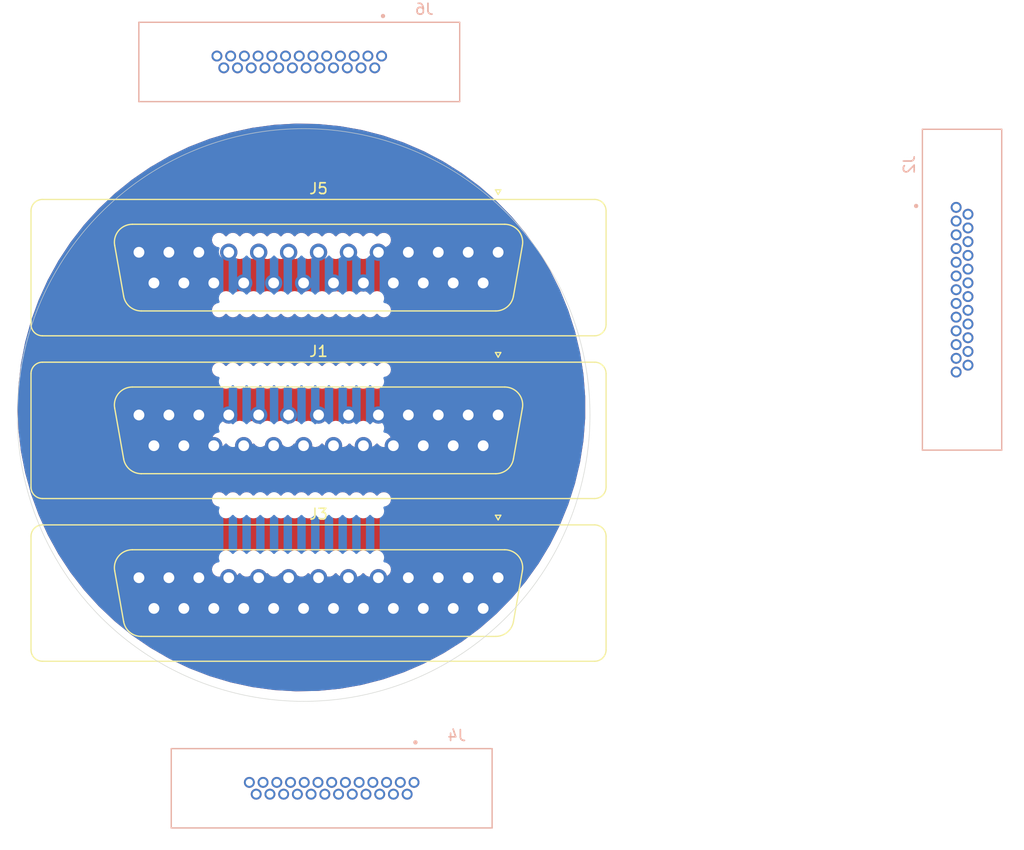
<source format=kicad_pcb>
(kicad_pcb (version 20211014) (generator pcbnew)
  (layers (0 "F.Cu" signal) (31 "B.Cu" signal) (34 "B.Paste" user) (35 "F.Paste" user) (36 "B.SilkS" user "B.Silkscreen") (37 "F.SilkS" user "F.Silkscreen") (38 "B.Mask" user) (39 "F.Mask" user) (44 "Edge.Cuts" user))
  (net 0 "")
  (net 1 "Net-(J1-Pad1)")
  (net 2 "Net-(J1-Pad2)")
  (net 3 "Net-(J1-Pad3)")
  (net 4 "Net-(J1-Pad4)")
  (net 5 "Net-(J1-Pad5)")
  (net 6 "Net-(J1-Pad6)")
  (net 7 "Net-(J1-Pad7)")
  (net 8 "Net-(J1-Pad8)")
  (net 9 "Net-(J1-Pad9)")
  (net 10 "Net-(J1-Pad10)")
  (net 11 "Net-(J1-Pad11)")
  (net 12 "Net-(J1-Pad12)")
  (net 13 "Net-(J1-Pad13)")
  (net 14 "Net-(J1-Pad14)")
  (net 15 "Net-(J1-Pad15)")
  (net 16 "Net-(J1-Pad16)")
  (net 17 "Net-(J1-Pad17)")
  (net 18 "Net-(J1-Pad18)")
  (net 19 "Net-(J1-Pad19)")
  (net 20 "Net-(J1-Pad20)")
  (net 21 "Net-(J1-Pad21)")
  (net 22 "Net-(J1-Pad22)")
  (net 23 "Net-(J1-Pad23)")
  (net 24 "Net-(J1-Pad24)")
  (net 25 "Net-(J1-Pad25)")
  (net 26 "Net-(J3-Pad1)")
  (net 27 "Net-(J3-Pad2)")
  (net 28 "Net-(J3-Pad3)")
  (net 29 "Net-(J3-Pad4)")
  (net 30 "Net-(J3-Pad5)")
  (net 31 "Net-(J3-Pad6)")
  (net 32 "Net-(J3-Pad7)")
  (net 33 "Net-(J3-Pad8)")
  (net 34 "Net-(J3-Pad9)")
  (net 35 "Net-(J3-Pad10)")
  (net 36 "Net-(J3-Pad11)")
  (net 37 "Net-(J3-Pad12)")
  (net 38 "Net-(J3-Pad13)")
  (net 39 "Net-(J3-Pad14)")
  (net 40 "Net-(J3-Pad15)")
  (net 41 "Net-(J3-Pad16)")
  (net 42 "Net-(J3-Pad17)")
  (net 43 "Net-(J3-Pad18)")
  (net 44 "Net-(J3-Pad19)")
  (net 45 "Net-(J3-Pad20)")
  (net 46 "Net-(J3-Pad21)")
  (net 47 "Net-(J3-Pad22)")
  (net 48 "Net-(J3-Pad23)")
  (net 49 "Net-(J3-Pad24)")
  (net 50 "Net-(J3-Pad25)")
  (net 51 "Net-(J5-Pad1)")
  (net 52 "Net-(J5-Pad2)")
  (net 53 "Net-(J5-Pad3)")
  (net 54 "Net-(J5-Pad4)")
  (net 55 "Net-(J5-Pad5)")
  (net 56 "Net-(J5-Pad6)")
  (net 57 "Net-(J5-Pad7)")
  (net 58 "Net-(J5-Pad8)")
  (net 59 "Net-(J5-Pad9)")
  (net 60 "Net-(J5-Pad10)")
  (net 61 "Net-(J5-Pad11)")
  (net 62 "Net-(J5-Pad12)")
  (net 63 "Net-(J5-Pad13)")
  (net 64 "Net-(J5-Pad14)")
  (net 65 "Net-(J5-Pad15)")
  (net 66 "Net-(J5-Pad16)")
  (net 67 "Net-(J5-Pad17)")
  (net 68 "Net-(J5-Pad18)")
  (net 69 "Net-(J5-Pad19)")
  (net 70 "Net-(J5-Pad20)")
  (net 71 "Net-(J5-Pad21)")
  (net 72 "Net-(J5-Pad22)")
  (net 73 "Net-(J5-Pad23)")
  (net 74 "Net-(J5-Pad24)")
  (net 75 "Net-(J5-Pad25)")
  (footprint "Connector_Dsub:DSUB-25_Female_Vertical_P2.77x2.84mm" (layer "F.Cu") (at 18 15.06)
    (fp_text reference "J3" (at -16.62 -5.89) (layer "F.SilkS"))
    (fp_text value "DB25_Female")
    (fp_line (start 2.24647 -0.641744) (end 1.417733 4.058256) (layer "F.SilkS") (width 0.12))
    (fp_line (start -43.23 6.67) (end -43.23 -3.83) (layer "F.SilkS") (width 0.12))
    (fp_line (start 0 -5.351325) (end -0.25 -5.784338) (layer "F.SilkS") (width 0.12))
    (fp_line (start 0.25 -5.784338) (end 0 -5.351325) (layer "F.SilkS") (width 0.12))
    (fp_line (start 8.93 7.73) (end -42.17 7.73) (layer "F.SilkS") (width 0.12))
    (fp_line (start -0.25 -5.784338) (end 0.25 -5.784338) (layer "F.SilkS") (width 0.12))
    (fp_line (start -33.022952 5.43) (end -0.217048 5.43) (layer "F.SilkS") (width 0.12))
    (fp_line (start 9.99 -3.83) (end 9.99 6.67) (layer "F.SilkS") (width 0.12))
    (fp_line (start -35.48647 -0.641744) (end -34.657733 4.058256) (layer "F.SilkS") (width 0.12))
    (fp_line (start -42.17 -4.89) (end 8.93 -4.89) (layer "F.SilkS") (width 0.12))
    (fp_line (start -33.851689 -2.59) (end 0.611689 -2.59) (layer "F.SilkS") (width 0.12))
    (fp_arc (start 9.99 6.67) (mid 9.679533 7.419533) (end 8.93 7.73) (layer "F.SilkS") (width 0.12))
    (fp_arc (start -43.23 -3.83) (mid -42.919533 -4.579533) (end -42.17 -4.89) (layer "F.SilkS") (width 0.12))
    (fp_arc (start 1.417733 4.058256) (mid 0.84998 5.041634) (end -0.217048 5.43) (layer "F.SilkS") (width 0.12))
    (fp_arc (start -42.17 7.73) (mid -42.919533 7.419533) (end -43.23 6.67) (layer "F.SilkS") (width 0.12))
    (fp_arc (start 0.611689 -2.59) (mid 1.883324 -1.997028) (end 2.24647 -0.641744) (layer "F.SilkS") (width 0.12))
    (fp_arc (start 8.93 -4.89) (mid 9.679533 -4.579533) (end 9.99 -3.83) (layer "F.SilkS") (width 0.12))
    (fp_arc (start -35.48647 -0.641744) (mid -35.123323 -1.997028) (end -33.851689 -2.59) (layer "F.SilkS") (width 0.12))
    (fp_arc (start -33.022952 5.43) (mid -34.08998 5.041634) (end -34.657733 4.058256) (layer "F.SilkS") (width 0.12))
    (pad "1" thru_hole rect (at 0 0) (size 1.6 1.6) (drill 1) (layers *.Cu *.Mask) (net 26 "Net-(J3-Pad1)"))
    (pad "2" thru_hole circle (at -2.77 0) (size 1.6 1.6) (drill 1) (layers *.Cu *.Mask) (net 27 "Net-(J3-Pad2)"))
    (pad "3" thru_hole circle (at -5.54 0) (size 1.6 1.6) (drill 1) (layers *.Cu *.Mask) (net 28 "Net-(J3-Pad3)"))
    (pad "4" thru_hole circle (at -8.31 0) (size 1.6 1.6) (drill 1) (layers *.Cu *.Mask) (net 29 "Net-(J3-Pad4)"))
    (pad "5" thru_hole circle (at -11.08 0) (size 1.6 1.6) (drill 1) (layers *.Cu *.Mask) (net 30 "Net-(J3-Pad5)"))
    (pad "6" thru_hole circle (at -13.85 0) (size 1.6 1.6) (drill 1) (layers *.Cu *.Mask) (net 31 "Net-(J3-Pad6)"))
    (pad "7" thru_hole circle (at -16.62 0) (size 1.6 1.6) (drill 1) (layers *.Cu *.Mask) (net 32 "Net-(J3-Pad7)"))
    (pad "8" thru_hole circle (at -19.39 0) (size 1.6 1.6) (drill 1) (layers *.Cu *.Mask) (net 33 "Net-(J3-Pad8)"))
    (pad "9" thru_hole circle (at -22.16 0) (size 1.6 1.6) (drill 1) (layers *.Cu *.Mask) (net 34 "Net-(J3-Pad9)"))
    (pad "10" thru_hole circle (at -24.93 0) (size 1.6 1.6) (drill 1) (layers *.Cu *.Mask) (net 35 "Net-(J3-Pad10)"))
    (pad "11" thru_hole circle (at -27.7 0) (size 1.6 1.6) (drill 1) (layers *.Cu *.Mask) (net 36 "Net-(J3-Pad11)"))
    (pad "12" thru_hole circle (at -30.47 0) (size 1.6 1.6) (drill 1) (layers *.Cu *.Mask) (net 37 "Net-(J3-Pad12)"))
    (pad "13" thru_hole circle (at -33.24 0) (size 1.6 1.6) (drill 1) (layers *.Cu *.Mask) (net 38 "Net-(J3-Pad13)"))
    (pad "14" thru_hole circle (at -1.385 2.84) (size 1.6 1.6) (drill 1) (layers *.Cu *.Mask) (net 39 "Net-(J3-Pad14)"))
    (pad "15" thru_hole circle (at -4.155 2.84) (size 1.6 1.6) (drill 1) (layers *.Cu *.Mask) (net 40 "Net-(J3-Pad15)"))
    (pad "16" thru_hole circle (at -6.925 2.84) (size 1.6 1.6) (drill 1) (layers *.Cu *.Mask) (net 41 "Net-(J3-Pad16)"))
    (pad "17" thru_hole circle (at -9.695 2.84) (size 1.6 1.6) (drill 1) (layers *.Cu *.Mask) (net 42 "Net-(J3-Pad17)"))
    (pad "18" thru_hole circle (at -12.465 2.84) (size 1.6 1.6) (drill 1) (layers *.Cu *.Mask) (net 43 "Net-(J3-Pad18)"))
    (pad "19" thru_hole circle (at -15.235 2.84) (size 1.6 1.6) (drill 1) (layers *.Cu *.Mask) (net 44 "Net-(J3-Pad19)"))
    (pad "20" thru_hole circle (at -18.005 2.84) (size 1.6 1.6) (drill 1) (layers *.Cu *.Mask) (net 45 "Net-(J3-Pad20)"))
    (pad "21" thru_hole circle (at -20.775 2.84) (size 1.6 1.6) (drill 1) (layers *.Cu *.Mask) (net 46 "Net-(J3-Pad21)"))
    (pad "22" thru_hole circle (at -23.545 2.84) (size 1.6 1.6) (drill 1) (layers *.Cu *.Mask) (net 47 "Net-(J3-Pad22)"))
    (pad "23" thru_hole circle (at -26.315 2.84) (size 1.6 1.6) (drill 1) (layers *.Cu *.Mask) (net 48 "Net-(J3-Pad23)"))
    (pad "24" thru_hole circle (at -29.085 2.84) (size 1.6 1.6) (drill 1) (layers *.Cu *.Mask) (net 49 "Net-(J3-Pad24)"))
    (pad "25" thru_hole circle (at -31.855 2.84) (size 1.6 1.6) (drill 1) (layers *.Cu *.Mask) (net 50 "Net-(J3-Pad25)"))
  )
  (footprint "Connector_Dsub:DSUB-25_Female_Vertical_P2.77x2.84mm" (layer "F.Cu") (at 18 -15.06)
    (fp_text reference "J5" (at -16.62 -5.89) (layer "F.SilkS"))
    (fp_text value "DB25_Female")
    (fp_line (start 8.93 7.73) (end -42.17 7.73) (layer "F.SilkS") (width 0.12))
    (fp_line (start -42.17 -4.89) (end 8.93 -4.89) (layer "F.SilkS") (width 0.12))
    (fp_line (start -33.851689 -2.59) (end 0.611689 -2.59) (layer "F.SilkS") (width 0.12))
    (fp_line (start -43.23 6.67) (end -43.23 -3.83) (layer "F.SilkS") (width 0.12))
    (fp_line (start -35.48647 -0.641744) (end -34.657733 4.058256) (layer "F.SilkS") (width 0.12))
    (fp_line (start -0.25 -5.784338) (end 0.25 -5.784338) (layer "F.SilkS") (width 0.12))
    (fp_line (start 0.25 -5.784338) (end 0 -5.351325) (layer "F.SilkS") (width 0.12))
    (fp_line (start 0 -5.351325) (end -0.25 -5.784338) (layer "F.SilkS") (width 0.12))
    (fp_line (start -33.022952 5.43) (end -0.217048 5.43) (layer "F.SilkS") (width 0.12))
    (fp_line (start 9.99 -3.83) (end 9.99 6.67) (layer "F.SilkS") (width 0.12))
    (fp_line (start 2.24647 -0.641744) (end 1.417733 4.058256) (layer "F.SilkS") (width 0.12))
    (fp_arc (start -42.17 7.73) (mid -42.919533 7.419533) (end -43.23 6.67) (layer "F.SilkS") (width 0.12))
    (fp_arc (start -33.022952 5.43) (mid -34.08998 5.041634) (end -34.657733 4.058256) (layer "F.SilkS") (width 0.12))
    (fp_arc (start -35.48647 -0.641744) (mid -35.123323 -1.997028) (end -33.851689 -2.59) (layer "F.SilkS") (width 0.12))
    (fp_arc (start 9.99 6.67) (mid 9.679533 7.419533) (end 8.93 7.73) (layer "F.SilkS") (width 0.12))
    (fp_arc (start 0.611689 -2.59) (mid 1.883324 -1.997028) (end 2.24647 -0.641744) (layer "F.SilkS") (width 0.12))
    (fp_arc (start -43.23 -3.83) (mid -42.919533 -4.579533) (end -42.17 -4.89) (layer "F.SilkS") (width 0.12))
    (fp_arc (start 1.417733 4.058256) (mid 0.84998 5.041634) (end -0.217048 5.43) (layer "F.SilkS") (width 0.12))
    (fp_arc (start 8.93 -4.89) (mid 9.679533 -4.579533) (end 9.99 -3.83) (layer "F.SilkS") (width 0.12))
    (pad "1" thru_hole rect (at 0 0) (size 1.6 1.6) (drill 1) (layers *.Cu *.Mask) (net 51 "Net-(J5-Pad1)"))
    (pad "2" thru_hole circle (at -2.77 0) (size 1.6 1.6) (drill 1) (layers *.Cu *.Mask) (net 52 "Net-(J5-Pad2)"))
    (pad "3" thru_hole circle (at -5.54 0) (size 1.6 1.6) (drill 1) (layers *.Cu *.Mask) (net 53 "Net-(J5-Pad3)"))
    (pad "4" thru_hole circle (at -8.31 0) (size 1.6 1.6) (drill 1) (layers *.Cu *.Mask) (net 54 "Net-(J5-Pad4)"))
    (pad "5" thru_hole circle (at -11.08 0) (size 1.6 1.6) (drill 1) (layers *.Cu *.Mask) (net 55 "Net-(J5-Pad5)"))
    (pad "6" thru_hole circle (at -13.85 0) (size 1.6 1.6) (drill 1) (layers *.Cu *.Mask) (net 56 "Net-(J5-Pad6)"))
    (pad "7" thru_hole circle (at -16.62 0) (size 1.6 1.6) (drill 1) (layers *.Cu *.Mask) (net 57 "Net-(J5-Pad7)"))
    (pad "8" thru_hole circle (at -19.39 0) (size 1.6 1.6) (drill 1) (layers *.Cu *.Mask) (net 58 "Net-(J5-Pad8)"))
    (pad "9" thru_hole circle (at -22.16 0) (size 1.6 1.6) (drill 1) (layers *.Cu *.Mask) (net 59 "Net-(J5-Pad9)"))
    (pad "10" thru_hole circle (at -24.93 0) (size 1.6 1.6) (drill 1) (layers *.Cu *.Mask) (net 60 "Net-(J5-Pad10)"))
    (pad "11" thru_hole circle (at -27.7 0) (size 1.6 1.6) (drill 1) (layers *.Cu *.Mask) (net 61 "Net-(J5-Pad11)"))
    (pad "12" thru_hole circle (at -30.47 0) (size 1.6 1.6) (drill 1) (layers *.Cu *.Mask) (net 62 "Net-(J5-Pad12)"))
    (pad "13" thru_hole circle (at -33.24 0) (size 1.6 1.6) (drill 1) (layers *.Cu *.Mask) (net 63 "Net-(J5-Pad13)"))
    (pad "14" thru_hole circle (at -1.385 2.84) (size 1.6 1.6) (drill 1) (layers *.Cu *.Mask) (net 64 "Net-(J5-Pad14)"))
    (pad "15" thru_hole circle (at -4.155 2.84) (size 1.6 1.6) (drill 1) (layers *.Cu *.Mask) (net 65 "Net-(J5-Pad15)"))
    (pad "16" thru_hole circle (at -6.925 2.84) (size 1.6 1.6) (drill 1) (layers *.Cu *.Mask) (net 66 "Net-(J5-Pad16)"))
    (pad "17" thru_hole circle (at -9.695 2.84) (size 1.6 1.6) (drill 1) (layers *.Cu *.Mask) (net 67 "Net-(J5-Pad17)"))
    (pad "18" thru_hole circle (at -12.465 2.84) (size 1.6 1.6) (drill 1) (layers *.Cu *.Mask) (net 68 "Net-(J5-Pad18)"))
    (pad "19" thru_hole circle (at -15.235 2.84) (size 1.6 1.6) (drill 1) (layers *.Cu *.Mask) (net 69 "Net-(J5-Pad19)"))
    (pad "20" thru_hole circle (at -18.005 2.84) (size 1.6 1.6) (drill 1) (layers *.Cu *.Mask) (net 70 "Net-(J5-Pad20)"))
    (pad "21" thru_hole circle (at -20.775 2.84) (size 1.6 1.6) (drill 1) (layers *.Cu *.Mask) (net 71 "Net-(J5-Pad21)"))
    (pad "22" thru_hole circle (at -23.545 2.84) (size 1.6 1.6) (drill 1) (layers *.Cu *.Mask) (net 72 "Net-(J5-Pad22)"))
    (pad "23" thru_hole circle (at -26.315 2.84) (size 1.6 1.6) (drill 1) (layers *.Cu *.Mask) (net 73 "Net-(J5-Pad23)"))
    (pad "24" thru_hole circle (at -29.085 2.84) (size 1.6 1.6) (drill 1) (layers *.Cu *.Mask) (net 74 "Net-(J5-Pad24)"))
    (pad "25" thru_hole circle (at -31.855 2.84) (size 1.6 1.6) (drill 1) (layers *.Cu *.Mask) (net 75 "Net-(J5-Pad25)"))
  )
  (footprint "Connector_Dsub:DSUB-25_Female_Vertical_P2.77x2.84mm" (layer "F.Cu") (at 18 0)
    (fp_text reference "J1" (at -16.62 -5.89) (layer "F.SilkS"))
    (fp_text value "DB25_Female")
    (fp_line (start 0.25 -5.784338) (end 0 -5.351325) (layer "F.SilkS") (width 0.12))
    (fp_line (start 2.24647 -0.641744) (end 1.417733 4.058256) (layer "F.SilkS") (width 0.12))
    (fp_line (start -0.25 -5.784338) (end 0.25 -5.784338) (layer "F.SilkS") (width 0.12))
    (fp_line (start -33.851689 -2.59) (end 0.611689 -2.59) (layer "F.SilkS") (width 0.12))
    (fp_line (start -42.17 -4.89) (end 8.93 -4.89) (layer "F.SilkS") (width 0.12))
    (fp_line (start 0 -5.351325) (end -0.25 -5.784338) (layer "F.SilkS") (width 0.12))
    (fp_line (start 9.99 -3.83) (end 9.99 6.67) (layer "F.SilkS") (width 0.12))
    (fp_line (start -33.022952 5.43) (end -0.217048 5.43) (layer "F.SilkS") (width 0.12))
    (fp_line (start -35.48647 -0.641744) (end -34.657733 4.058256) (layer "F.SilkS") (width 0.12))
    (fp_line (start -43.23 6.67) (end -43.23 -3.83) (layer "F.SilkS") (width 0.12))
    (fp_line (start 8.93 7.73) (end -42.17 7.73) (layer "F.SilkS") (width 0.12))
    (fp_arc (start 1.417733 4.058256) (mid 0.84998 5.041634) (end -0.217048 5.43) (layer "F.SilkS") (width 0.12))
    (fp_arc (start 8.93 -4.89) (mid 9.679533 -4.579533) (end 9.99 -3.83) (layer "F.SilkS") (width 0.12))
    (fp_arc (start -33.022952 5.43) (mid -34.08998 5.041634) (end -34.657733 4.058256) (layer "F.SilkS") (width 0.12))
    (fp_arc (start -42.17 7.73) (mid -42.919533 7.419533) (end -43.23 6.67) (layer "F.SilkS") (width 0.12))
    (fp_arc (start -43.23 -3.83) (mid -42.919533 -4.579533) (end -42.17 -4.89) (layer "F.SilkS") (width 0.12))
    (fp_arc (start 0.611689 -2.59) (mid 1.883324 -1.997028) (end 2.24647 -0.641744) (layer "F.SilkS") (width 0.12))
    (fp_arc (start 9.99 6.67) (mid 9.679533 7.419533) (end 8.93 7.73) (layer "F.SilkS") (width 0.12))
    (fp_arc (start -35.48647 -0.641744) (mid -35.123323 -1.997028) (end -33.851689 -2.59) (layer "F.SilkS") (width 0.12))
    (pad "1" thru_hole rect (at 0 0) (size 1.6 1.6) (drill 1) (layers *.Cu *.Mask) (net 1 "Net-(J1-Pad1)"))
    (pad "2" thru_hole circle (at -2.77 0) (size 1.6 1.6) (drill 1) (layers *.Cu *.Mask) (net 2 "Net-(J1-Pad2)"))
    (pad "3" thru_hole circle (at -5.54 0) (size 1.6 1.6) (drill 1) (layers *.Cu *.Mask) (net 3 "Net-(J1-Pad3)"))
    (pad "4" thru_hole circle (at -8.31 0) (size 1.6 1.6) (drill 1) (layers *.Cu *.Mask) (net 4 "Net-(J1-Pad4)"))
    (pad "5" thru_hole circle (at -11.08 0) (size 1.6 1.6) (drill 1) (layers *.Cu *.Mask) (net 5 "Net-(J1-Pad5)"))
    (pad "6" thru_hole circle (at -13.85 0) (size 1.6 1.6) (drill 1) (layers *.Cu *.Mask) (net 6 "Net-(J1-Pad6)"))
    (pad "7" thru_hole circle (at -16.62 0) (size 1.6 1.6) (drill 1) (layers *.Cu *.Mask) (net 7 "Net-(J1-Pad7)"))
    (pad "8" thru_hole circle (at -19.39 0) (size 1.6 1.6) (drill 1) (layers *.Cu *.Mask) (net 8 "Net-(J1-Pad8)"))
    (pad "9" thru_hole circle (at -22.16 0) (size 1.6 1.6) (drill 1) (layers *.Cu *.Mask) (net 9 "Net-(J1-Pad9)"))
    (pad "10" thru_hole circle (at -24.93 0) (size 1.6 1.6) (drill 1) (layers *.Cu *.Mask) (net 10 "Net-(J1-Pad10)"))
    (pad "11" thru_hole circle (at -27.7 0) (size 1.6 1.6) (drill 1) (layers *.Cu *.Mask) (net 11 "Net-(J1-Pad11)"))
    (pad "12" thru_hole circle (at -30.47 0) (size 1.6 1.6) (drill 1) (layers *.Cu *.Mask) (net 12 "Net-(J1-Pad12)"))
    (pad "13" thru_hole circle (at -33.24 0) (size 1.6 1.6) (drill 1) (layers *.Cu *.Mask) (net 13 "Net-(J1-Pad13)"))
    (pad "14" thru_hole circle (at -1.385 2.84) (size 1.6 1.6) (drill 1) (layers *.Cu *.Mask) (net 14 "Net-(J1-Pad14)"))
    (pad "15" thru_hole circle (at -4.155 2.84) (size 1.6 1.6) (drill 1) (layers *.Cu *.Mask) (net 15 "Net-(J1-Pad15)"))
    (pad "16" thru_hole circle (at -6.925 2.84) (size 1.6 1.6) (drill 1) (layers *.Cu *.Mask) (net 16 "Net-(J1-Pad16)"))
    (pad "17" thru_hole circle (at -9.695 2.84) (size 1.6 1.6) (drill 1) (layers *.Cu *.Mask) (net 17 "Net-(J1-Pad17)"))
    (pad "18" thru_hole circle (at -12.465 2.84) (size 1.6 1.6) (drill 1) (layers *.Cu *.Mask) (net 18 "Net-(J1-Pad18)"))
    (pad "19" thru_hole circle (at -15.235 2.84) (size 1.6 1.6) (drill 1) (layers *.Cu *.Mask) (net 19 "Net-(J1-Pad19)"))
    (pad "20" thru_hole circle (at -18.005 2.84) (size 1.6 1.6) (drill 1) (layers *.Cu *.Mask) (net 20 "Net-(J1-Pad20)"))
    (pad "21" thru_hole circle (at -20.775 2.84) (size 1.6 1.6) (drill 1) (layers *.Cu *.Mask) (net 21 "Net-(J1-Pad21)"))
    (pad "22" thru_hole circle (at -23.545 2.84) (size 1.6 1.6) (drill 1) (layers *.Cu *.Mask) (net 22 "Net-(J1-Pad22)"))
    (pad "23" thru_hole circle (at -26.315 2.84) (size 1.6 1.6) (drill 1) (layers *.Cu *.Mask) (net 23 "Net-(J1-Pad23)"))
    (pad "24" thru_hole circle (at -29.085 2.84) (size 1.6 1.6) (drill 1) (layers *.Cu *.Mask) (net 24 "Net-(J1-Pad24)"))
    (pad "25" thru_hole circle (at -31.855 2.84) (size 1.6 1.6) (drill 1) (layers *.Cu *.Mask) (net 25 "Net-(J1-Pad25)"))
  )
  (footprint "0_MicroD_to_Dsub:NORCOMP_380-025-113L001" (layer "B.Cu") (at 2.5963 34.545662 180)
    (fp_text reference "J4" (at -11.575 4.885) (layer "B.SilkS") (effects (justify mirror)))
    (fp_text value "DB25_Male")
    (fp_line (start -14.8463 3.6703) (end -14.8463 -3.6703) (layer "B.SilkS") (width 0.127))
    (fp_line (start 14.8463 3.6703) (end -14.8463 3.6703) (layer "B.SilkS") (width 0.127))
    (fp_line (start -14.8463 -3.6703) (end 14.8463 -3.6703) (layer "B.SilkS") (width 0.127))
    (fp_line (start 14.8463 -3.6703) (end 14.8463 3.6703) (layer "B.SilkS") (width 0.127))
    (fp_circle (center -7.75 4.25) (end -7.65 4.25) (layer "B.SilkS") (width 0.2) (fill none))
    (pad "1" thru_hole circle (at -7.62 0.5461 180) (size 1.01 1.01) (drill 0.66) (layers *.Cu *.Mask) (net 26 "Net-(J3-Pad1)"))
    (pad "2" thru_hole circle (at -6.35 0.5461 180) (size 1.01 1.01) (drill 0.66) (layers *.Cu *.Mask) (net 27 "Net-(J3-Pad2)"))
    (pad "3" thru_hole circle (at -5.08 0.5461 180) (size 1.01 1.01) (drill 0.66) (layers *.Cu *.Mask) (net 28 "Net-(J3-Pad3)"))
    (pad "4" thru_hole circle (at -3.81 0.5461 180) (size 1.01 1.01) (drill 0.66) (layers *.Cu *.Mask) (net 29 "Net-(J3-Pad4)"))
    (pad "5" thru_hole circle (at -2.54 0.5461 180) (size 1.01 1.01) (drill 0.66) (layers *.Cu *.Mask) (net 30 "Net-(J3-Pad5)"))
    (pad "6" thru_hole circle (at -1.27 0.5461 180) (size 1.01 1.01) (drill 0.66) (layers *.Cu *.Mask) (net 31 "Net-(J3-Pad6)"))
    (pad "7" thru_hole circle (at 0 0.5461 180) (size 1.01 1.01) (drill 0.66) (layers *.Cu *.Mask) (net 32 "Net-(J3-Pad7)"))
    (pad "8" thru_hole circle (at 1.27 0.5461 180) (size 1.01 1.01) (drill 0.66) (layers *.Cu *.Mask) (net 33 "Net-(J3-Pad8)"))
    (pad "9" thru_hole circle (at 2.54 0.5461 180) (size 1.01 1.01) (drill 0.66) (layers *.Cu *.Mask) (net 34 "Net-(J3-Pad9)"))
    (pad "10" thru_hole circle (at 3.81 0.5461 180) (size 1.01 1.01) (drill 0.66) (layers *.Cu *.Mask) (net 35 "Net-(J3-Pad10)"))
    (pad "11" thru_hole circle (at 5.08 0.5461 180) (size 1.01 1.01) (drill 0.66) (layers *.Cu *.Mask) (net 36 "Net-(J3-Pad11)"))
    (pad "12" thru_hole circle (at 6.35 0.5461 180) (size 1.01 1.01) (drill 0.66) (layers *.Cu *.Mask) (net 37 "Net-(J3-Pad12)"))
    (pad "13" thru_hole circle (at 7.62 0.5461 180) (size 1.01 1.01) (drill 0.66) (layers *.Cu *.Mask) (net 38 "Net-(J3-Pad13)"))
    (pad "14" thru_hole circle (at -6.985 -0.5461 180) (size 1.01 1.01) (drill 0.66) (layers *.Cu *.Mask) (net 39 "Net-(J3-Pad14)"))
    (pad "15" thru_hole circle (at -5.715 -0.5461 180) (size 1.01 1.01) (drill 0.66) (layers *.Cu *.Mask) (net 40 "Net-(J3-Pad15)"))
    (pad "16" thru_hole circle (at -4.445 -0.5461 180) (size 1.01 1.01) (drill 0.66) (layers *.Cu *.Mask) (net 41 "Net-(J3-Pad16)"))
    (pad "17" thru_hole circle (at -3.175 -0.5461 180) (size 1.01 1.01) (drill 0.66) (layers *.Cu *.Mask) (net 42 "Net-(J3-Pad17)"))
    (pad "18" thru_hole circle (at -1.905 -0.5461 180) (size 1.01 1.01) (drill 0.66) (layers *.Cu *.Mask) (net 43 "Net-(J3-Pad18)"))
    (pad "19" thru_hole circle (at -0.635 -0.5461 180) (size 1.01 1.01) (drill 0.66) (layers *.Cu *.Mask) (net 44 "Net-(J3-Pad19)"))
    (pad "20" thru_hole circle (at 0.635 -0.5461 180) (size 1.01 1.01) (drill 0.66) (layers *.Cu *.Mask) (net 45 "Net-(J3-Pad20)"))
    (pad "21" thru_hole circle (at 1.905 -0.5461 180) (size 1.01 1.01) (drill 0.66) (layers *.Cu *.Mask) (net 46 "Net-(J3-Pad21)"))
    (pad "22" thru_hole circle (at 3.175 -0.5461 180) (size 1.01 1.01) (drill 0.66) (layers *.Cu *.Mask) (net 47 "Net-(J3-Pad22)"))
    (pad "23" thru_hole circle (at 4.445 -0.5461 180) (size 1.01 1.01) (drill 0.66) (layers *.Cu *.Mask) (net 48 "Net-(J3-Pad23)"))
    (pad "24" thru_hole circle (at 5.715 -0.5461 180) (size 1.01 1.01) (drill 0.66) (layers *.Cu *.Mask) (net 49 "Net-(J3-Pad24)"))
    (pad "25" thru_hole circle (at 6.985 -0.5461 180) (size 1.01 1.01) (drill 0.66) (layers *.Cu *.Mask) (net 50 "Net-(J3-Pad25)"))
  )
  (footprint "0_MicroD_to_Dsub:NORCOMP_380-025-113L001" (layer "B.Cu") (at 60.935662 -11.5963 -90)
    (fp_text reference "J2" (at -11.575 4.885 90) (layer "B.SilkS") (effects (justify mirror)))
    (fp_text value "DB25_Male")
    (fp_line (start -14.8463 3.6703) (end -14.8463 -3.6703) (layer "B.SilkS") (width 0.127))
    (fp_line (start 14.8463 3.6703) (end -14.8463 3.6703) (layer "B.SilkS") (width 0.127))
    (fp_line (start -14.8463 -3.6703) (end 14.8463 -3.6703) (layer "B.SilkS") (width 0.127))
    (fp_line (start 14.8463 -3.6703) (end 14.8463 3.6703) (layer "B.SilkS") (width 0.127))
    (fp_circle (center -7.75 4.25) (end -7.65 4.25) (layer "B.SilkS") (width 0.2) (fill none))
    (pad "1" thru_hole circle (at -7.62 0.5461 270) (size 1.01 1.01) (drill 0.66) (layers *.Cu *.Mask) (net 1 "Net-(J1-Pad1)"))
    (pad "2" thru_hole circle (at -6.35 0.5461 270) (size 1.01 1.01) (drill 0.66) (layers *.Cu *.Mask) (net 2 "Net-(J1-Pad2)"))
    (pad "3" thru_hole circle (at -5.08 0.5461 270) (size 1.01 1.01) (drill 0.66) (layers *.Cu *.Mask) (net 3 "Net-(J1-Pad3)"))
    (pad "4" thru_hole circle (at -3.81 0.5461 270) (size 1.01 1.01) (drill 0.66) (layers *.Cu *.Mask) (net 4 "Net-(J1-Pad4)"))
    (pad "5" thru_hole circle (at -2.54 0.5461 270) (size 1.01 1.01) (drill 0.66) (layers *.Cu *.Mask) (net 5 "Net-(J1-Pad5)"))
    (pad "6" thru_hole circle (at -1.27 0.5461 270) (size 1.01 1.01) (drill 0.66) (layers *.Cu *.Mask) (net 6 "Net-(J1-Pad6)"))
    (pad "7" thru_hole circle (at 0 0.5461 270) (size 1.01 1.01) (drill 0.66) (layers *.Cu *.Mask) (net 7 "Net-(J1-Pad7)"))
    (pad "8" thru_hole circle (at 1.27 0.5461 270) (size 1.01 1.01) (drill 0.66) (layers *.Cu *.Mask) (net 8 "Net-(J1-Pad8)"))
    (pad "9" thru_hole circle (at 2.54 0.5461 270) (size 1.01 1.01) (drill 0.66) (layers *.Cu *.Mask) (net 9 "Net-(J1-Pad9)"))
    (pad "10" thru_hole circle (at 3.81 0.5461 270) (size 1.01 1.01) (drill 0.66) (layers *.Cu *.Mask) (net 10 "Net-(J1-Pad10)"))
    (pad "11" thru_hole circle (at 5.08 0.5461 270) (size 1.01 1.01) (drill 0.66) (layers *.Cu *.Mask) (net 11 "Net-(J1-Pad11)"))
    (pad "12" thru_hole circle (at 6.35 0.5461 270) (size 1.01 1.01) (drill 0.66) (layers *.Cu *.Mask) (net 12 "Net-(J1-Pad12)"))
    (pad "13" thru_hole circle (at 7.62 0.5461 270) (size 1.01 1.01) (drill 0.66) (layers *.Cu *.Mask) (net 13 "Net-(J1-Pad13)"))
    (pad "14" thru_hole circle (at -6.985 -0.5461 270) (size 1.01 1.01) (drill 0.66) (layers *.Cu *.Mask) (net 14 "Net-(J1-Pad14)"))
    (pad "15" thru_hole circle (at -5.715 -0.5461 270) (size 1.01 1.01) (drill 0.66) (layers *.Cu *.Mask) (net 15 "Net-(J1-Pad15)"))
    (pad "16" thru_hole circle (at -4.445 -0.5461 270) (size 1.01 1.01) (drill 0.66) (layers *.Cu *.Mask) (net 16 "Net-(J1-Pad16)"))
    (pad "17" thru_hole circle (at -3.175 -0.5461 270) (size 1.01 1.01) (drill 0.66) (layers *.Cu *.Mask) (net 17 "Net-(J1-Pad17)"))
    (pad "18" thru_hole circle (at -1.905 -0.5461 270) (size 1.01 1.01) (drill 0.66) (layers *.Cu *.Mask) (net 18 "Net-(J1-Pad18)"))
    (pad "19" thru_hole circle (at -0.635 -0.5461 270) (size 1.01 1.01) (drill 0.66) (layers *.Cu *.Mask) (net 19 "Net-(J1-Pad19)"))
    (pad "20" thru_hole circle (at 0.635 -0.5461 270) (size 1.01 1.01) (drill 0.66) (layers *.Cu *.Mask) (net 20 "Net-(J1-Pad20)"))
    (pad "21" thru_hole circle (at 1.905 -0.5461 270) (size 1.01 1.01) (drill 0.66) (layers *.Cu *.Mask) (net 21 "Net-(J1-Pad21)"))
    (pad "22" thru_hole circle (at 3.175 -0.5461 270) (size 1.01 1.01) (drill 0.66) (layers *.Cu *.Mask) (net 22 "Net-(J1-Pad22)"))
    (pad "23" thru_hole circle (at 4.445 -0.5461 270) (size 1.01 1.01) (drill 0.66) (layers *.Cu *.Mask) (net 23 "Net-(J1-Pad23)"))
    (pad "24" thru_hole circle (at 5.715 -0.5461 270) (size 1.01 1.01) (drill 0.66) (layers *.Cu *.Mask) (net 24 "Net-(J1-Pad24)"))
    (pad "25" thru_hole circle (at 6.985 -0.5461 270) (size 1.01 1.01) (drill 0.66) (layers *.Cu *.Mask) (net 25 "Net-(J1-Pad25)"))
  )
  (footprint "0_MicroD_to_Dsub:NORCOMP_380-025-113L001" (layer "B.Cu") (at -0.4037 -32.674338 180)
    (fp_text reference "J6" (at -11.575 4.885) (layer "B.SilkS") (effects (justify mirror)))
    (fp_text value "DB25_Male")
    (fp_line (start -14.8463 3.6703) (end -14.8463 -3.6703) (layer "B.SilkS") (width 0.127))
    (fp_line (start -14.8463 -3.6703) (end 14.8463 -3.6703) (layer "B.SilkS") (width 0.127))
    (fp_line (start 14.8463 3.6703) (end -14.8463 3.6703) (layer "B.SilkS") (width 0.127))
    (fp_line (start 14.8463 -3.6703) (end 14.8463 3.6703) (layer "B.SilkS") (width 0.127))
    (fp_circle (center -7.75 4.25) (end -7.65 4.25) (layer "B.SilkS") (width 0.2) (fill none))
    (pad "1" thru_hole circle (at -7.62 0.5461 180) (size 1.01 1.01) (drill 0.66) (layers *.Cu *.Mask) (net 51 "Net-(J5-Pad1)"))
    (pad "2" thru_hole circle (at -6.35 0.5461 180) (size 1.01 1.01) (drill 0.66) (layers *.Cu *.Mask) (net 52 "Net-(J5-Pad2)"))
    (pad "3" thru_hole circle (at -5.08 0.5461 180) (size 1.01 1.01) (drill 0.66) (layers *.Cu *.Mask) (net 53 "Net-(J5-Pad3)"))
    (pad "4" thru_hole circle (at -3.81 0.5461 180) (size 1.01 1.01) (drill 0.66) (layers *.Cu *.Mask) (net 54 "Net-(J5-Pad4)"))
    (pad "5" thru_hole circle (at -2.54 0.5461 180) (size 1.01 1.01) (drill 0.66) (layers *.Cu *.Mask) (net 55 "Net-(J5-Pad5)"))
    (pad "6" thru_hole circle (at -1.27 0.5461 180) (size 1.01 1.01) (drill 0.66) (layers *.Cu *.Mask) (net 56 "Net-(J5-Pad6)"))
    (pad "7" thru_hole circle (at 0 0.5461 180) (size 1.01 1.01) (drill 0.66) (layers *.Cu *.Mask) (net 57 "Net-(J5-Pad7)"))
    (pad "8" thru_hole circle (at 1.27 0.5461 180) (size 1.01 1.01) (drill 0.66) (layers *.Cu *.Mask) (net 58 "Net-(J5-Pad8)"))
    (pad "9" thru_hole circle (at 2.54 0.5461 180) (size 1.01 1.01) (drill 0.66) (layers *.Cu *.Mask) (net 59 "Net-(J5-Pad9)"))
    (pad "10" thru_hole circle (at 3.81 0.5461 180) (size 1.01 1.01) (drill 0.66) (layers *.Cu *.Mask) (net 60 "Net-(J5-Pad10)"))
    (pad "11" thru_hole circle (at 5.08 0.5461 180) (size 1.01 1.01) (drill 0.66) (layers *.Cu *.Mask) (net 61 "Net-(J5-Pad11)"))
    (pad "12" thru_hole circle (at 6.35 0.5461 180) (size 1.01 1.01) (drill 0.66) (layers *.Cu *.Mask) (net 62 "Net-(J5-Pad12)"))
    (pad "13" thru_hole circle (at 7.62 0.5461 180) (size 1.01 1.01) (drill 0.66) (layers *.Cu *.Mask) (net 63 "Net-(J5-Pad13)"))
    (pad "14" thru_hole circle (at -6.985 -0.5461 180) (size 1.01 1.01) (drill 0.66) (layers *.Cu *.Mask) (net 64 "Net-(J5-Pad14)"))
    (pad "15" thru_hole circle (at -5.715 -0.5461 180) (size 1.01 1.01) (drill 0.66) (layers *.Cu *.Mask) (net 65 "Net-(J5-Pad15)"))
    (pad "16" thru_hole circle (at -4.445 -0.5461 180) (size 1.01 1.01) (drill 0.66) (layers *.Cu *.Mask) (net 66 "Net-(J5-Pad16)"))
    (pad "17" thru_hole circle (at -3.175 -0.5461 180) (size 1.01 1.01) (drill 0.66) (layers *.Cu *.Mask) (net 67 "Net-(J5-Pad17)"))
    (pad "18" thru_hole circle (at -1.905 -0.5461 180) (size 1.01 1.01) (drill 0.66) (layers *.Cu *.Mask) (net 68 "Net-(J5-Pad18)"))
    (pad "19" thru_hole circle (at -0.635 -0.5461 180) (size 1.01 1.01) (drill 0.66) (layers *.Cu *.Mask) (net 69 "Net-(J5-Pad19)"))
    (pad "20" thru_hole circle (at 0.635 -0.5461 180) (size 1.01 1.01) (drill 0.66) (layers *.Cu *.Mask) (net 70 "Net-(J5-Pad20)"))
    (pad "21" thru_hole circle (at 1.905 -0.5461 180) (size 1.01 1.01) (drill 0.66) (layers *.Cu *.Mask) (net 71 "Net-(J5-Pad21)"))
    (pad "22" thru_hole circle (at 3.175 -0.5461 180) (size 1.01 1.01) (drill 0.66) (layers *.Cu *.Mask) (net 72 "Net-(J5-Pad22)"))
    (pad "23" thru_hole circle (at 4.445 -0.5461 180) (size 1.01 1.01) (drill 0.66) (layers *.Cu *.Mask) (net 73 "Net-(J5-Pad23)"))
    (pad "24" thru_hole circle (at 5.715 -0.5461 180) (size 1.01 1.01) (drill 0.66) (layers *.Cu *.Mask) (net 74 "Net-(J5-Pad24)"))
    (pad "25" thru_hole circle (at 6.985 -0.5461 180) (size 1.01 1.01) (drill 0.66) (layers *.Cu *.Mask) (net 75 "Net-(J5-Pad25)"))
  )
  (gr_circle (center 0 0) (end 26.5 0) (layer "Edge.Cuts") (width 0.05) (fill none))
  (zone (net 0) (net_name "") (layer "F.Cu") (connect_pads (clearance 0.2)) (min_thickness 0.254) (fill yes (thermal_gap 0.508) (thermal_bridge_width 0.508))
    (polygon (pts (xy 28.9 26.9) (xy -28.1 26.9) (xy -28.1 -27.9) (xy 27.8 -27.9)))
  )
  (zone (net 0) (net_name "") (layer "B.Cu") (connect_pads (clearance 0.2)) (min_thickness 0.254) (fill yes (thermal_gap 0.508) (thermal_bridge_width 0.508))
    (polygon (pts (xy 28.6 27.3) (xy -27.9 27.3) (xy -27.9 -28) (xy 27.7 -28)))
  )
)
</source>
